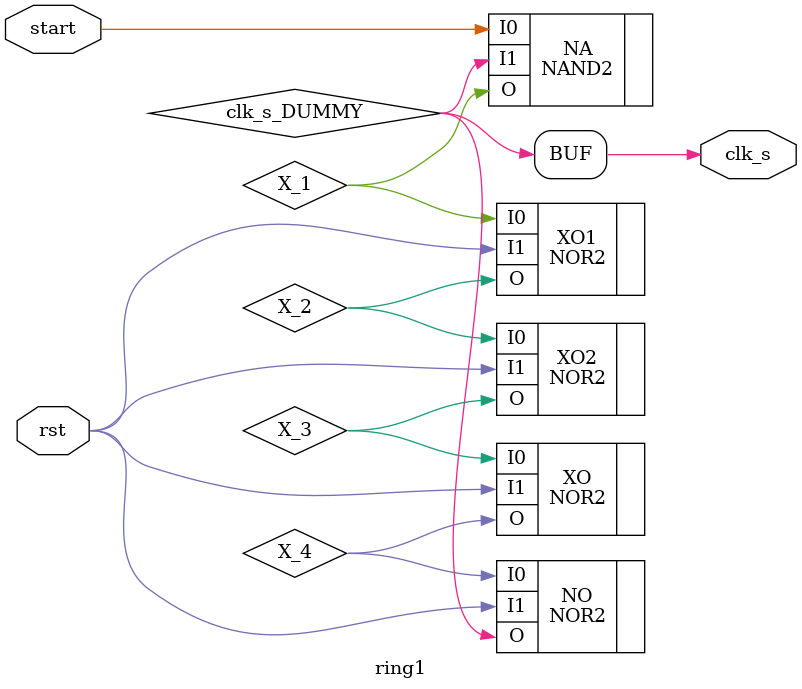
<source format=v>
module ring1(start, rst, clk_s);
input start; 
input rst;
output clk_s;
wire X_1; //synthesis keep 
wire X_2; //* synthesis keep */
wire X_3; //* synthesis keep */
wire X_4; //* synthesis keep */
wire X_5; //* synthesis keep */
wire X_6; //* synthesis keep */
wire X_7; //* synthesis keep */
wire clk_s_DUMMY;
assign clk_s = clk_s_DUMMY;
NAND2 NA (.I0(start), .I1(clk_s_DUMMY), .O(X_1));
//INV X_2 (.I(X_1), .O(X_2));
//INV X_3 (.I(X_2), .O(X_3));
//INV X_4 (.I(X_3), .O(X_4));
//INV X_5 (.I(X_4), .O(X_5));
NOR2 XO1 (.I0(X_1), .I1(rst), .O(X_2));
NOR2 XO2 (.I0(X_2), .I1(rst), .O(X_3));//INV X_6 (.I(X_5), .O(X_6));
NOR2 XO (.I0(X_3), .I1(rst), .O(X_4));
NOR2 NO (.I0(X_4), .I1(rst), .O(clk_s_DUMMY));
endmodule
</source>
